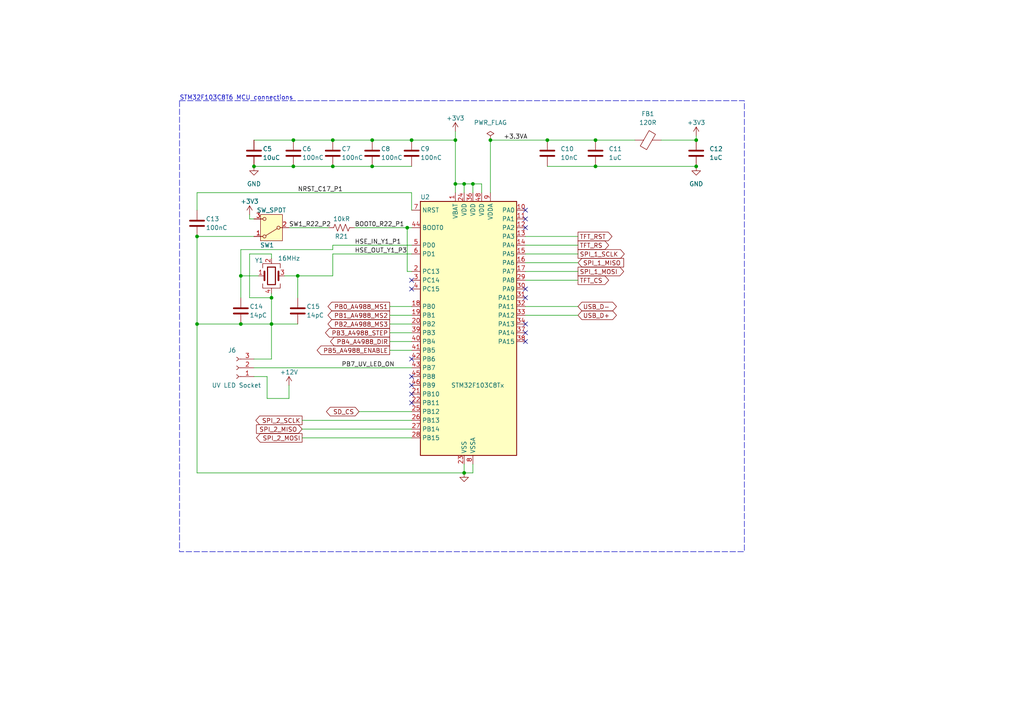
<source format=kicad_sch>
(kicad_sch (version 20230121) (generator eeschema)
  (paper "A4")
  (title_block (title "STM32F103C8T6_MCU") (date "2024-02-27") (rev "1.0") (company "Sidharth Sreeram"))
  (lib_symbols
    (symbol "Connector:Conn_01x03_Socket" (pin_names (offset 1.016) hide)
      (property "Reference" "J" (at 0 5.08 0))
      (property "Value" "Conn_01x03_Socket" (at 0 -5.08 0))
      (symbol "Conn_01x03_Socket_1_1"
        (arc (start 0 -2.032) (mid -0.5058 -2.54) (end 0 -3.048) (stroke (width 0.1524)))
        (polyline (pts (xy -1.27 -2.54) (xy -0.508 -2.54)) (stroke (width 0.1524)))
        (polyline (pts (xy -1.27 0) (xy -0.508 0)) (stroke (width 0.1524)))
        (polyline (pts (xy -1.27 2.54) (xy -0.508 2.54)) (stroke (width 0.1524)))
        (arc (start 0 0.508) (mid -0.5058 0) (end 0 -0.508) (stroke (width 0.1524)))
        (arc (start 0 3.048) (mid -0.5058 2.54) (end 0 2.032) (stroke (width 0.1524)))
        (pin passive line (at -5.08 2.54 0) (length 3.81) (name "Pin_1") (number "1"))
        (pin passive line (at -5.08 0 0) (length 3.81) (name "Pin_2") (number "2"))
        (pin passive line (at -5.08 -2.54 0) (length 3.81) (name "Pin_3") (number "3"))
      )
    )
    (symbol "Device:C" (pin_numbers hide) (pin_names (offset 0.254))
      (property "Reference" "C" (at 0.635 2.54 0))
      (property "Value" "C" (at 0.635 -2.54 0))
      (symbol "C_0_1"
        (polyline (pts (xy -2.032 -0.762) (xy 2.032 -0.762)) (stroke (width 0.508)))
        (polyline (pts (xy -2.032 0.762) (xy 2.032 0.762)) (stroke (width 0.508)))
      )
      (symbol "C_1_1"
        (pin passive line (at 0 3.81 270) (length 2.794) (name "~") (number "1"))
        (pin passive line (at 0 -3.81 90) (length 2.794) (name "~") (number "2"))
      )
    )
    (symbol "Device:Crystal_GND24" (pin_names (offset 1.016) hide)
      (property "Reference" "Y" (at 3.175 5.08 0))
      (property "Value" "Crystal_GND24" (at 3.175 3.175 0))
      (symbol "Crystal_GND24_0_1"
        (rectangle (start -1.143 2.54) (end 1.143 -2.54) (stroke (width 0.3048)))
        (polyline (pts (xy -2.54 0) (xy -2.032 0)))
        (polyline (pts (xy -2.032 -1.27) (xy -2.032 1.27)) (stroke (width 0.508)))
        (polyline (pts (xy 0 -3.81) (xy 0 -3.556)))
        (polyline (pts (xy 0 3.556) (xy 0 3.81)))
        (polyline (pts (xy 2.032 -1.27) (xy 2.032 1.27)) (stroke (width 0.508)))
        (polyline (pts (xy 2.032 0) (xy 2.54 0)))
        (polyline (pts (xy -2.54 -2.286) (xy -2.54 -3.556) (xy 2.54 -3.556) (xy 2.54 -2.286)))
        (polyline (pts (xy -2.54 2.286) (xy -2.54 3.556) (xy 2.54 3.556) (xy 2.54 2.286)))
      )
      (symbol "Crystal_GND24_1_1"
        (pin passive line (at -3.81 0 0) (length 1.27) (name "1") (number "1"))
        (pin passive line (at 0 5.08 270) (length 1.27) (name "2") (number "2"))
        (pin passive line (at 3.81 0 180) (length 1.27) (name "3") (number "3"))
        (pin passive line (at 0 -5.08 90) (length 1.27) (name "4") (number "4"))
      )
    )
    (symbol "Device:FerriteBead" (pin_numbers hide) (pin_names (offset 0))
      (property "Reference" "FB" (at -3.81 0.635 90))
      (property "Value" "FerriteBead" (at 3.81 0 90))
      (symbol "FerriteBead_0_1"
        (polyline (pts (xy 0 -1.27) (xy 0 -1.2192)))
        (polyline (pts (xy 0 1.27) (xy 0 1.2954)))
        (polyline (pts (xy -2.7686 0.4064) (xy -1.7018 2.2606) (xy 2.7686 -0.3048) (xy 1.6764 -2.159) (xy -2.7686 0.4064)))
      )
      (symbol "FerriteBead_1_1"
        (pin passive line (at 0 3.81 270) (length 2.54) (name "~") (number "1"))
        (pin passive line (at 0 -3.81 90) (length 2.54) (name "~") (number "2"))
      )
    )
    (symbol "Device:R_US" (pin_numbers hide) (pin_names (offset 0))
      (property "Reference" "R" (at 2.54 0 90))
      (property "Value" "R_US" (at -2.54 0 90))
      (symbol "R_US_0_1"
        (polyline (pts (xy 0 -2.286) (xy 0 -2.54)))
        (polyline (pts (xy 0 2.286) (xy 0 2.54)))
        (polyline (pts (xy 0 -0.762) (xy 1.016 -1.143) (xy 0 -1.524) (xy -1.016 -1.905) (xy 0 -2.286)))
        (polyline (pts (xy 0 0.762) (xy 1.016 0.381) (xy 0 0) (xy -1.016 -0.381) (xy 0 -0.762)))
        (polyline (pts (xy 0 2.286) (xy 1.016 1.905) (xy 0 1.524) (xy -1.016 1.143) (xy 0 0.762)))
      )
      (symbol "R_US_1_1"
        (pin passive line (at 0 3.81 270) (length 1.27) (name "~") (number "1"))
        (pin passive line (at 0 -3.81 90) (length 1.27) (name "~") (number "2"))
      )
    )
    (symbol "MCU_ST_STM32F1:STM32F103C8Tx"
      (property "Reference" "U" (at -12.7 39.37 0))
      (property "Value" "STM32F103C8Tx" (at 10.16 39.37 0))
      (symbol "STM32F103C8Tx_0_1"
        (rectangle (start -12.7 -35.56) (end 15.24 38.1) (stroke (width 0.254)) (fill (type background)))
      )
      (symbol "STM32F103C8Tx_1_1"
        (pin power_in line (at -2.54 40.64 270) (length 2.54) (name "VBAT") (number "1"))
        (pin bidirectional line (at 17.78 35.56 180) (length 2.54) (name "PA0") (number "10"))
        (pin bidirectional line (at 17.78 33.02 180) (length 2.54) (name "PA1") (number "11"))
        (pin bidirectional line (at 17.78 30.48 180) (length 2.54) (name "PA2") (number "12"))
        (pin bidirectional line (at 17.78 27.94 180) (length 2.54) (name "PA3") (number "13"))
        (pin bidirectional line (at 17.78 25.4 180) (length 2.54) (name "PA4") (number "14"))
        (pin bidirectional line (at 17.78 22.86 180) (length 2.54) (name "PA5") (number "15"))
        (pin bidirectional line (at 17.78 20.32 180) (length 2.54) (name "PA6") (number "16"))
        (pin bidirectional line (at 17.78 17.78 180) (length 2.54) (name "PA7") (number "17"))
        (pin bidirectional line (at -15.24 7.62 0) (length 2.54) (name "PB0") (number "18"))
        (pin bidirectional line (at -15.24 5.08 0) (length 2.54) (name "PB1") (number "19"))
        (pin bidirectional line (at -15.24 17.78 0) (length 2.54) (name "PC13") (number "2"))
        (pin bidirectional line (at -15.24 2.54 0) (length 2.54) (name "PB2") (number "20"))
        (pin bidirectional line (at -15.24 -17.78 0) (length 2.54) (name "PB10") (number "21"))
        (pin bidirectional line (at -15.24 -20.32 0) (length 2.54) (name "PB11") (number "22"))
        (pin power_in line (at 0 -38.1 90) (length 2.54) (name "VSS") (number "23"))
        (pin power_in line (at 0 40.64 270) (length 2.54) (name "VDD") (number "24"))
        (pin bidirectional line (at -15.24 -22.86 0) (length 2.54) (name "PB12") (number "25"))
        (pin bidirectional line (at -15.24 -25.4 0) (length 2.54) (name "PB13") (number "26"))
        (pin bidirectional line (at -15.24 -27.94 0) (length 2.54) (name "PB14") (number "27"))
        (pin bidirectional line (at -15.24 -30.48 0) (length 2.54) (name "PB15") (number "28"))
        (pin bidirectional line (at 17.78 15.24 180) (length 2.54) (name "PA8") (number "29"))
        (pin bidirectional line (at -15.24 15.24 0) (length 2.54) (name "PC14") (number "3"))
        (pin bidirectional line (at 17.78 12.7 180) (length 2.54) (name "PA9") (number "30"))
        (pin bidirectional line (at 17.78 10.16 180) (length 2.54) (name "PA10") (number "31"))
        (pin bidirectional line (at 17.78 7.62 180) (length 2.54) (name "PA11") (number "32"))
        (pin bidirectional line (at 17.78 5.08 180) (length 2.54) (name "PA12") (number "33"))
        (pin bidirectional line (at 17.78 2.54 180) (length 2.54) (name "PA13") (number "34"))
        (pin passive line (at 0 -38.1 90) (length 2.54) hide (name "VSS") (number "35"))
        (pin power_in line (at 2.54 40.64 270) (length 2.54) (name "VDD") (number "36"))
        (pin bidirectional line (at 17.78 0 180) (length 2.54) (name "PA14") (number "37"))
        (pin bidirectional line (at 17.78 -2.54 180) (length 2.54) (name "PA15") (number "38"))
        (pin bidirectional line (at -15.24 0 0) (length 2.54) (name "PB3") (number "39"))
        (pin bidirectional line (at -15.24 12.7 0) (length 2.54) (name "PC15") (number "4"))
        (pin bidirectional line (at -15.24 -2.54 0) (length 2.54) (name "PB4") (number "40"))
        (pin bidirectional line (at -15.24 -5.08 0) (length 2.54) (name "PB5") (number "41"))
        (pin bidirectional line (at -15.24 -7.62 0) (length 2.54) (name "PB6") (number "42"))
        (pin bidirectional line (at -15.24 -10.16 0) (length 2.54) (name "PB7") (number "43"))
        (pin input line (at -15.24 30.48 0) (length 2.54) (name "BOOT0") (number "44"))
        (pin bidirectional line (at -15.24 -12.7 0) (length 2.54) (name "PB8") (number "45"))
        (pin bidirectional line (at -15.24 -15.24 0) (length 2.54) (name "PB9") (number "46"))
        (pin passive line (at 0 -38.1 90) (length 2.54) hide (name "VSS") (number "47"))
        (pin power_in line (at 5.08 40.64 270) (length 2.54) (name "VDD") (number "48"))
        (pin bidirectional line (at -15.24 25.4 0) (length 2.54) (name "PD0") (number "5"))
        (pin bidirectional line (at -15.24 22.86 0) (length 2.54) (name "PD1") (number "6"))
        (pin input line (at -15.24 35.56 0) (length 2.54) (name "NRST") (number "7"))
        (pin power_in line (at 2.54 -38.1 90) (length 2.54) (name "VSSA") (number "8"))
        (pin power_in line (at 7.62 40.64 270) (length 2.54) (name "VDDA") (number "9"))
      )
    )
    (symbol "Switch:SW_SPDT" (pin_names (offset 0) hide)
      (property "Reference" "SW" (at 0 5.08 0))
      (property "Value" "SW_SPDT" (at 0 -5.08 0))
      (symbol "SW_SPDT_0_1"
        (circle (center -2.032 0) (radius 0.4572))
        (polyline (pts (xy -1.651 0.254) (xy 1.651 2.286)))
        (circle (center 2.032 -2.54) (radius 0.4572))
        (circle (center 2.032 2.54) (radius 0.4572))
      )
      (symbol "SW_SPDT_1_1"
        (rectangle (start -3.175 3.81) (end 3.175 -3.81) (fill (type background)))
        (pin passive line (at 5.08 2.54 180) (length 2.54) (name "A") (number "1"))
        (pin passive line (at -5.08 0 0) (length 2.54) (name "B") (number "2"))
        (pin passive line (at 5.08 -2.54 180) (length 2.54) (name "C") (number "3"))
      )
    )
    (symbol "power:+12V" (power) (pin_names (offset 0))
      (property "Value" "+12V" (at 0 3.556 0))
      (symbol "+12V_0_1"
        (polyline (pts (xy -0.762 1.27) (xy 0 2.54)))
        (polyline (pts (xy 0 0) (xy 0 2.54)))
        (polyline (pts (xy 0 2.54) (xy 0.762 1.27)))
      )
      (symbol "+12V_1_1"
        (pin power_in line (at 0 0 90) (length 0) hide (name "+12V") (number "1"))
      )
    )
    (symbol "power:+3V3" (power) (pin_names (offset 0))
      (property "Value" "+3V3" (at 0 3.556 0))
      (symbol "+3V3_0_1"
        (polyline (pts (xy -0.762 1.27) (xy 0 2.54)))
        (polyline (pts (xy 0 0) (xy 0 2.54)))
        (polyline (pts (xy 0 2.54) (xy 0.762 1.27)))
      )
      (symbol "+3V3_1_1"
        (pin power_in line (at 0 0 90) (length 0) hide (name "+3V3") (number "1"))
      )
    )
    (symbol "power:GND" (power) (pin_names (offset 0))
      (property "Value" "GND" (at 0 -3.81 0))
      (symbol "GND_0_1"
        (polyline (pts (xy 0 0) (xy 0 -1.27) (xy 1.27 -1.27) (xy 0 -2.54) (xy -1.27 -1.27) (xy 0 -1.27)))
      )
      (symbol "GND_1_1"
        (pin power_in line (at 0 0 270) (length 0) hide (name "GND") (number "1"))
      )
    )
    (symbol "power:PWR_FLAG" (power) (pin_numbers hide) (pin_names (offset 0) hide)
      (property "Value" "PWR_FLAG" (at 0 3.81 0))
      (symbol "PWR_FLAG_0_0"
        (pin power_out line (at 0 0 90) (length 0) (name "pwr") (number "1"))
      )
      (symbol "PWR_FLAG_0_1"
        (polyline (pts (xy 0 0) (xy 0 1.27) (xy -1.016 1.905) (xy 0 2.54) (xy 1.016 1.905) (xy 0 1.27)))
      )
    )
  )
  (junction (at 132.08 53.34))
  (junction (at 96.52 48.26))
  (junction (at 201.93 48.26))
  (junction (at 172.72 40.64))
  (junction (at 172.72 48.26))
  (junction (at 85.09 40.64))
  (junction (at 119.38 40.64))
  (junction (at 118.11 66.04))
  (junction (at 158.75 40.64))
  (junction (at 57.15 68.58))
  (junction (at 57.15 93.98))
  (junction (at 96.52 40.64))
  (junction (at 85.09 48.26))
  (junction (at 69.85 80.01))
  (junction (at 78.74 93.98))
  (junction (at 137.16 53.34))
  (junction (at 78.74 86.36))
  (junction (at 132.08 40.64))
  (junction (at 201.93 40.64))
  (junction (at 134.62 53.34))
  (junction (at 107.95 48.26))
  (junction (at 134.62 137.16))
  (junction (at 86.36 80.01))
  (junction (at 69.85 93.98))
  (junction (at 107.95 40.64))
  (junction (at 73.66 48.26))
  (junction (at 142.24 40.64))
  (no_connect (at 152.4 66.04))
  (no_connect (at 119.38 116.84))
  (no_connect (at 152.4 63.5))
  (no_connect (at 119.38 109.22))
  (no_connect (at 152.4 93.98))
  (no_connect (at 119.38 81.28))
  (no_connect (at 152.4 99.06))
  (no_connect (at 152.4 60.96))
  (no_connect (at 119.38 114.3))
  (no_connect (at 152.4 86.36))
  (no_connect (at 152.4 96.52))
  (no_connect (at 119.38 111.76))
  (no_connect (at 119.38 104.14))
  (no_connect (at 119.38 83.82))
  (no_connect (at 152.4 83.82))
  (wire (pts (xy 118.11 78.74) (xy 119.38 78.74)))
  (wire (pts (xy 134.62 53.34) (xy 134.62 55.88)))
  (wire (pts (xy 119.38 40.64) (xy 132.08 40.64)))
  (wire (pts (xy 73.66 109.22) (xy 77.47 109.22)))
  (wire (pts (xy 73.66 48.26) (xy 85.09 48.26)))
  (wire (pts (xy 119.38 124.46) (xy 87.63 124.46)))
  (wire (pts (xy 78.74 93.98) (xy 86.36 93.98)))
  (wire (pts (xy 119.38 55.88) (xy 119.38 60.96)))
  (wire (pts (xy 191.77 40.64) (xy 201.93 40.64)))
  (wire (pts (xy 77.47 109.22) (xy 77.47 115.57)))
  (wire (pts (xy 119.38 127) (xy 87.63 127)))
  (wire (pts (xy 134.62 53.34) (xy 137.16 53.34)))
  (wire (pts (xy 73.66 106.68) (xy 119.38 106.68)))
  (wire (pts (xy 78.74 73.66) (xy 72.39 73.66)))
  (wire (pts (xy 85.09 48.26) (xy 96.52 48.26)))
  (wire (pts (xy 152.4 71.12) (xy 167.64 71.12)))
  (wire (pts (xy 77.47 115.57) (xy 83.82 115.57)))
  (wire (pts (xy 82.55 80.01) (xy 86.36 80.01)))
  (wire (pts (xy 152.4 78.74) (xy 167.64 78.74)))
  (wire (pts (xy 152.4 91.44) (xy 167.64 91.44)))
  (wire (pts (xy 137.16 137.16) (xy 137.16 134.62)))
  (wire (pts (xy 132.08 53.34) (xy 134.62 53.34)))
  (wire (pts (xy 119.38 119.38) (xy 104.14 119.38)))
  (wire (pts (xy 102.87 66.04) (xy 118.11 66.04)))
  (wire (pts (xy 57.15 137.16) (xy 134.62 137.16)))
  (wire (pts (xy 134.62 137.16) (xy 134.62 134.62)))
  (wire (pts (xy 113.03 96.52) (xy 119.38 96.52)))
  (wire (pts (xy 73.66 63.5) (xy 72.39 63.5)))
  (wire (pts (xy 96.52 72.39) (xy 96.52 71.12)))
  (wire (pts (xy 69.85 80.01) (xy 69.85 72.39)))
  (wire (pts (xy 118.11 66.04) (xy 119.38 66.04)))
  (wire (pts (xy 83.82 66.04) (xy 95.25 66.04)))
  (wire (pts (xy 69.85 93.98) (xy 78.74 93.98)))
  (wire (pts (xy 152.4 81.28) (xy 167.64 81.28)))
  (wire (pts (xy 86.36 80.01) (xy 96.52 80.01)))
  (wire (pts (xy 119.38 88.9) (xy 113.03 88.9)))
  (wire (pts (xy 152.4 76.2) (xy 167.64 76.2)))
  (wire (pts (xy 57.15 93.98) (xy 69.85 93.98)))
  (wire (pts (xy 113.03 99.06) (xy 119.38 99.06)))
  (wire (pts (xy 152.4 73.66) (xy 167.64 73.66)))
  (wire (pts (xy 57.15 68.58) (xy 57.15 93.98)))
  (wire (pts (xy 78.74 93.98) (xy 78.74 104.14)))
  (wire (pts (xy 83.82 111.76) (xy 83.82 115.57)))
  (wire (pts (xy 57.15 55.88) (xy 119.38 55.88)))
  (wire (pts (xy 172.72 48.26) (xy 201.93 48.26)))
  (wire (pts (xy 201.93 39.37) (xy 201.93 40.64)))
  (wire (pts (xy 139.7 53.34) (xy 139.7 55.88)))
  (wire (pts (xy 85.09 40.64) (xy 96.52 40.64)))
  (wire (pts (xy 78.74 104.14) (xy 73.66 104.14)))
  (wire (pts (xy 78.74 74.93) (xy 78.74 73.66)))
  (wire (pts (xy 134.62 137.16) (xy 137.16 137.16)))
  (wire (pts (xy 119.38 121.92) (xy 87.63 121.92)))
  (wire (pts (xy 137.16 53.34) (xy 137.16 55.88)))
  (wire (pts (xy 152.4 88.9) (xy 167.64 88.9)))
  (wire (pts (xy 118.11 66.04) (xy 118.11 78.74)))
  (wire (pts (xy 96.52 73.66) (xy 119.38 73.66)))
  (wire (pts (xy 73.66 40.64) (xy 85.09 40.64)))
  (wire (pts (xy 107.95 40.64) (xy 119.38 40.64)))
  (wire (pts (xy 158.75 48.26) (xy 172.72 48.26)))
  (wire (pts (xy 57.15 68.58) (xy 73.66 68.58)))
  (wire (pts (xy 96.52 71.12) (xy 119.38 71.12)))
  (wire (pts (xy 107.95 48.26) (xy 119.38 48.26)))
  (wire (pts (xy 72.39 73.66) (xy 72.39 86.36)))
  (wire (pts (xy 69.85 80.01) (xy 74.93 80.01)))
  (wire (pts (xy 158.75 40.64) (xy 172.72 40.64)))
  (wire (pts (xy 69.85 72.39) (xy 96.52 72.39)))
  (wire (pts (xy 57.15 93.98) (xy 57.15 137.16)))
  (wire (pts (xy 78.74 86.36) (xy 78.74 85.09)))
  (wire (pts (xy 113.03 101.6) (xy 119.38 101.6)))
  (wire (pts (xy 142.24 40.64) (xy 158.75 40.64)))
  (wire (pts (xy 132.08 40.64) (xy 132.08 53.34)))
  (wire (pts (xy 86.36 80.01) (xy 86.36 86.36)))
  (wire (pts (xy 152.4 68.58) (xy 167.64 68.58)))
  (wire (pts (xy 96.52 48.26) (xy 107.95 48.26)))
  (wire (pts (xy 78.74 93.98) (xy 78.74 86.36)))
  (wire (pts (xy 113.03 93.98) (xy 119.38 93.98)))
  (wire (pts (xy 132.08 38.1) (xy 132.08 40.64)))
  (wire (pts (xy 69.85 80.01) (xy 69.85 86.36)))
  (wire (pts (xy 113.03 91.44) (xy 119.38 91.44)))
  (wire (pts (xy 137.16 53.34) (xy 139.7 53.34)))
  (wire (pts (xy 57.15 55.88) (xy 57.15 60.96)))
  (wire (pts (xy 72.39 86.36) (xy 78.74 86.36)))
  (wire (pts (xy 96.52 80.01) (xy 96.52 73.66)))
  (wire (pts (xy 96.52 40.64) (xy 107.95 40.64)))
  (wire (pts (xy 142.24 40.64) (xy 142.24 55.88)))
  (wire (pts (xy 132.08 53.34) (xy 132.08 55.88)))
  (wire (pts (xy 72.39 62.23) (xy 72.39 63.5)))
  (wire (pts (xy 172.72 40.64) (xy 184.15 40.64)))
  (rectangle (start 52.07 29.21) (end 215.9 160.02) (stroke (width 0) (type dash)))
  (text "STM32F103C8T6 MCU connections" (at 52.07 29.21 0) (effects (font (size 1.27 1.27)) (justify left bottom)))
  (label "PB7_UV_LED_ON" (at 99.06 106.68 0))
  (label "SW1_R22_P2" (at 83.82 66.04 0))
  (label "HSE_IN_Y1_P1" (at 102.87 71.12 0))
  (label "BOOT0_R22_P1" (at 102.87 66.04 0))
  (label "NRST_C17_P1" (at 86.36 55.88 0))
  (label "+3.3VA" (at 146.05 40.64 0))
  (label "HSE_OUT_Y1_P3" (at 102.87 73.66 0))
  (global_label "SPI_2_MISO" (shape input) (at 87.63 124.46 180) (property "Intersheetrefs" "${INTERSHEET_REFS}" (effects hide)))
  (global_label "PB4_A4988_DIR" (shape output) (at 113.03 99.06 180) (property "Intersheetrefs" "${INTERSHEET_REFS}" (effects hide)))
  (global_label "SD_CS" (shape bidirectional) (at 104.14 119.38 180) (property "Intersheetrefs" "${INTERSHEET_REFS}" (effects hide)))
  (global_label "TFT_RST" (shape output) (at 167.64 68.58 0) (property "Intersheetrefs" "${INTERSHEET_REFS}" (effects hide)))
  (global_label "PB0_A4988_MS1" (shape output) (at 113.03 88.9 180) (property "Intersheetrefs" "${INTERSHEET_REFS}" (effects hide)))
  (global_label "TFT_CS" (shape output) (at 167.64 81.28 0) (property "Intersheetrefs" "${INTERSHEET_REFS}" (effects hide)))
  (global_label "SPI_1_SCLK" (shape output) (at 167.64 73.66 0) (property "Intersheetrefs" "${INTERSHEET_REFS}" (effects hide)))
  (global_label "TFT_RS" (shape output) (at 167.64 71.12 0) (property "Intersheetrefs" "${INTERSHEET_REFS}" (effects hide)))
  (global_label "USB_D+" (shape bidirectional) (at 167.64 91.44 0) (property "Intersheetrefs" "${INTERSHEET_REFS}" (effects hide)))
  (global_label "SPI_2_MOSI" (shape output) (at 87.63 127 180) (property "Intersheetrefs" "${INTERSHEET_REFS}" (effects hide)))
  (global_label "USB_D-" (shape bidirectional) (at 167.64 88.9 0) (property "Intersheetrefs" "${INTERSHEET_REFS}" (effects hide)))
  (global_label "PB3_A4988_STEP" (shape output) (at 113.03 96.52 180) (property "Intersheetrefs" "${INTERSHEET_REFS}" (effects hide)))
  (global_label "SPI_1_MISO" (shape input) (at 167.64 76.2 0) (property "Intersheetrefs" "${INTERSHEET_REFS}" (effects hide)))
  (global_label "SPI_1_MOSI" (shape output) (at 167.64 78.74 0) (property "Intersheetrefs" "${INTERSHEET_REFS}" (effects hide)))
  (global_label "PB1_A4988_MS2" (shape output) (at 113.03 91.44 180) (property "Intersheetrefs" "${INTERSHEET_REFS}" (effects hide)))
  (global_label "PB2_A4988_MS3" (shape output) (at 113.03 93.98 180) (property "Intersheetrefs" "${INTERSHEET_REFS}" (effects hide)))
  (global_label "PB5_A4988_ENABLE" (shape output) (at 113.03 101.6 180) (property "Intersheetrefs" "${INTERSHEET_REFS}" (effects hide)))
  (global_label "SPI_2_SCLK" (shape output) (at 87.63 121.92 180) (property "Intersheetrefs" "${INTERSHEET_REFS}" (effects hide)))
  (symbol (lib_id "Device:C") (at 73.66 44.45 0) (unit 1)
    (property "Reference" "C5" (at 76.2 43.18 0) (effects (justify left)))
    (property "Value" "10uC" (at 76.2 45.72 0) (effects (justify left)))
    (property "Footprint" "Capacitor_SMD:C_0603_1608Metric_Pad1.08x0.95mm_HandSolder" (effects hide))
  )
  (symbol (lib_id "Device:C") (at 201.93 44.45 0) (unit 1)
    (property "Reference" "C12" (at 205.74 43.18 0) (effects (justify left)))
    (property "Value" "1uC" (at 205.74 45.72 0) (effects (justify left)))
    (property "Footprint" "Capacitor_SMD:C_0402_1005Metric_Pad0.74x0.62mm_HandSolder" (effects hide))
  )
  (symbol (lib_id "power:+3V3") (at 201.93 39.37 0) (unit 1)
    (property "Reference" "#PWR030" (effects hide))
    (property "Value" "+3V3" (at 201.93 35.56 0))
  )
  (symbol (lib_id "Device:R_US") (at 99.06 66.04 270) (unit 1)
    (property "Reference" "R21" (at 99.06 68.58 90))
    (property "Value" "10kR" (at 99.06 63.5 90))
    (property "Footprint" "PCM_Resistor_SMD_AKL:R_0402_1005Metric_Pad0.72x0.64mm_HandSolder" (effects hide))
  )
  (symbol (lib_id "power:+3V3") (at 72.39 62.23 0) (unit 1)
    (property "Reference" "#PWR033" (effects hide))
    (property "Value" "+3V3" (at 72.39 58.42 0))
  )
  (symbol (lib_id "Device:FerriteBead") (at 187.96 40.64 90) (unit 1)
    (property "Reference" "FB1" (at 187.9092 33.02 90))
    (property "Value" "120R" (at 187.9092 35.56 90))
    (property "Footprint" "Inductor_SMD:L_0603_1608Metric_Pad1.05x0.95mm_HandSolder" (effects hide))
  )
  (symbol (lib_id "Device:C") (at 119.38 44.45 0) (unit 1)
    (property "Reference" "C9" (at 121.92 43.18 0) (effects (justify left)))
    (property "Value" "100nC" (at 121.92 45.72 0) (effects (justify left)))
    (property "Footprint" "Capacitor_SMD:C_0402_1005Metric_Pad0.74x0.62mm_HandSolder" (effects hide))
  )
  (symbol (lib_id "Device:C") (at 172.72 44.45 0) (unit 1)
    (property "Reference" "C11" (at 176.53 43.18 0) (effects (justify left)))
    (property "Value" "1uC" (at 176.53 45.72 0) (effects (justify left)))
    (property "Footprint" "Capacitor_SMD:C_0402_1005Metric_Pad0.74x0.62mm_HandSolder" (effects hide))
  )
  (symbol (lib_id "power:+12V") (at 83.82 111.76 0) (unit 1)
    (property "Reference" "#PWR034" (effects hide))
    (property "Value" "+12V" (at 83.82 107.95 0))
  )
  (symbol (lib_id "power:GND") (at 134.62 137.16 0) (unit 1)
    (property "Reference" "#PWR035" (effects hide))
    (property "Value" "GND" (effects hide))
  )
  (symbol (lib_id "Device:C") (at 69.85 90.17 0) (unit 1)
    (property "Reference" "C14" (at 72.39 88.9 0) (effects (justify left)))
    (property "Value" "14pC" (at 72.39 91.44 0) (effects (justify left)))
    (property "Footprint" "Capacitor_SMD:C_0402_1005Metric_Pad0.74x0.62mm_HandSolder" (effects hide))
  )
  (symbol (lib_id "Connector:Conn_01x03_Socket") (at 68.58 106.68 180) (unit 1)
    (property "Reference" "J6" (at 67.31 101.6 0))
    (property "Value" "UV LED Socket" (at 68.58 111.76 0))
    (property "Footprint" "Connector_PinSocket_2.54mm:PinSocket_1x03_P2.54mm_Vertical" (effects hide))
  )
  (symbol (lib_id "power:PWR_FLAG") (at 142.24 40.64 0) (unit 1)
    (property "Reference" "#FLG01" (effects hide))
    (property "Value" "PWR_FLAG" (at 142.24 35.56 0))
  )
  (symbol (lib_id "power:GND") (at 73.66 48.26 0) (unit 1)
    (property "Reference" "#PWR031" (effects hide))
    (property "Value" "GND" (at 73.66 53.34 0))
  )
  (symbol (lib_id "MCU_ST_STM32F1:STM32F103C8Tx") (at 134.62 96.52 0) (unit 1)
    (property "Reference" "U2" (at 121.92 57.15 0) (effects (justify left)))
    (property "Value" "STM32F103C8Tx" (at 130.81 111.76 0) (effects (justify left)))
    (property "Footprint" "Package_QFP:LQFP-48_7x7mm_P0.5mm" (effects hide))
    (property "Datasheet" "https://www.st.com/resource/en/datasheet/stm32f103c8.pdf" (effects hide))
  )
  (symbol (lib_id "Device:C") (at 57.15 64.77 0) (unit 1)
    (property "Reference" "C13" (at 59.69 63.5 0) (effects (justify left)))
    (property "Value" "100nC" (at 59.69 66.04 0) (effects (justify left)))
    (property "Footprint" "Capacitor_SMD:C_0402_1005Metric_Pad0.74x0.62mm_HandSolder" (effects hide))
  )
  (symbol (lib_id "Switch:SW_SPDT") (at 78.74 66.04 180) (unit 1)
    (property "Reference" "SW1" (at 77.47 71.12 0))
    (property "Value" "SW_SPDT" (at 78.74 60.96 0))
    (property "Footprint" "Button_Switch_THT:SW_Slide_1P2T_CK_OS102011MS2Q" (effects hide))
  )
  (symbol (lib_id "Device:C") (at 158.75 44.45 0) (unit 1)
    (property "Reference" "C10" (at 162.56 43.18 0) (effects (justify left)))
    (property "Value" "10nC" (at 162.56 45.72 0) (effects (justify left)))
    (property "Footprint" "Capacitor_SMD:C_0402_1005Metric_Pad0.74x0.62mm_HandSolder" (effects hide))
  )
  (symbol (lib_id "Device:C") (at 85.09 44.45 0) (unit 1)
    (property "Reference" "C6" (at 87.63 43.18 0) (effects (justify left)))
    (property "Value" "100nC" (at 87.63 45.72 0) (effects (justify left)))
    (property "Footprint" "Capacitor_SMD:C_0402_1005Metric_Pad0.74x0.62mm_HandSolder" (effects hide))
  )
  (symbol (lib_id "power:+3V3") (at 132.08 38.1 0) (unit 1)
    (property "Reference" "#PWR029" (effects hide))
    (property "Value" "+3V3" (at 132.08 34.29 0))
  )
  (symbol (lib_id "power:GND") (at 201.93 48.26 0) (unit 1)
    (property "Reference" "#PWR032" (effects hide))
    (property "Value" "GND" (at 201.93 53.34 0))
  )
  (symbol (lib_id "Device:C") (at 96.52 44.45 0) (unit 1)
    (property "Reference" "C7" (at 99.06 43.18 0) (effects (justify left)))
    (property "Value" "100nC" (at 99.06 45.72 0) (effects (justify left)))
    (property "Footprint" "Capacitor_SMD:C_0402_1005Metric_Pad0.74x0.62mm_HandSolder" (effects hide))
  )
  (symbol (lib_id "Device:C") (at 86.36 90.17 0) (unit 1)
    (property "Reference" "C15" (at 88.9 88.9 0) (effects (justify left)))
    (property "Value" "14pC" (at 88.9 91.44 0) (effects (justify left)))
    (property "Footprint" "Capacitor_SMD:C_0402_1005Metric_Pad0.74x0.62mm_HandSolder" (effects hide))
  )
  (symbol (lib_id "Device:Crystal_GND24") (at 78.74 80.01 0) (unit 1)
    (property "Reference" "Y1" (at 75.1445 75.537 0))
    (property "Value" "16MHz" (at 83.82 74.93 0))
    (property "Footprint" "Crystal:Crystal_SMD_7050-4Pin_7.0x5.0mm" (effects hide))
  )
  (symbol (lib_id "Device:C") (at 107.95 44.45 0) (unit 1)
    (property "Reference" "C8" (at 110.49 43.18 0) (effects (justify left)))
    (property "Value" "100nC" (at 110.49 45.72 0) (effects (justify left)))
    (property "Footprint" "Capacitor_SMD:C_0402_1005Metric_Pad0.74x0.62mm_HandSolder" (effects hide))
  )
)
</source>
